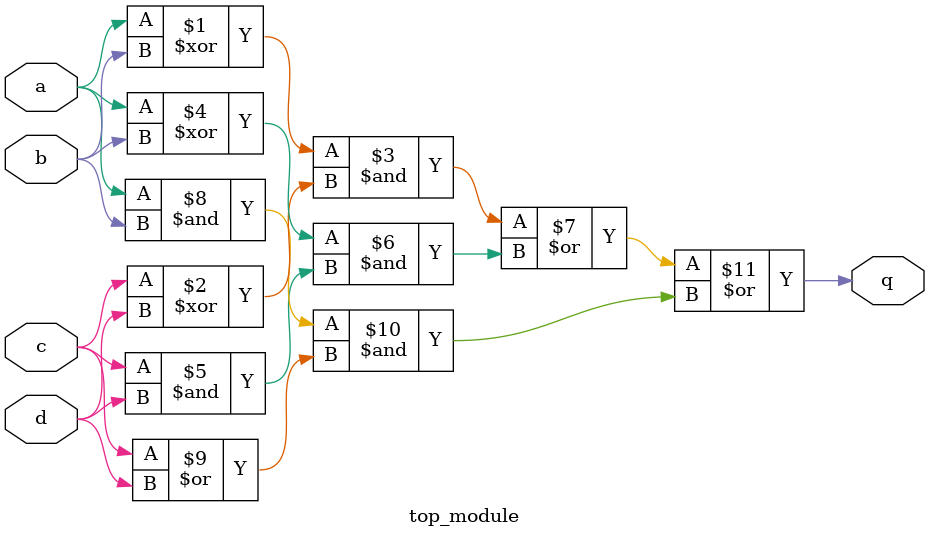
<source format=v>
module top_module (
    input a,
    input b,
    input c,
    input d,
    output q );//

    assign q = ((a^b) & (c^d)) | ((a^b) & (c & d)) | ((a & b) & (c | d)); 

endmodule

</source>
